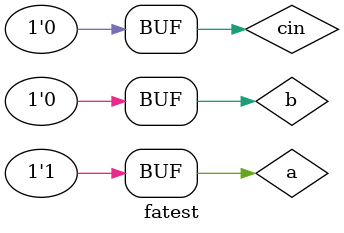
<source format=v>
`timescale 1ns / 1ps


module fatest;

	// Inputs
	reg a;
	reg b;
	reg cin;

	// Outputs
	wire s;
	wire co;

	// Instantiate the Unit Under Test (UUT)
	fa uut (
		.a(a), 
		.b(b), 
		.cin(cin), 
		.s(s), 
		.co(co)
	);

	initial begin
		// Initialize Inputs
		a = 0;
		b = 0;
		cin = 0;

		// Wait 100 ns for global reset to finish
		#100;
       
		a = 1;
		b = 0;
		cin = 1;
		#100;
		
		a = 1;
		b = 1;
		cin = 1;
		#100;
		
		a = 0;
		b = 0;
		cin = 1;
		#100;
		
		a = 1;
		b = 0;
		cin = 0;
		#100;
		
		// Add stimulus here

	end
      
endmodule


</source>
